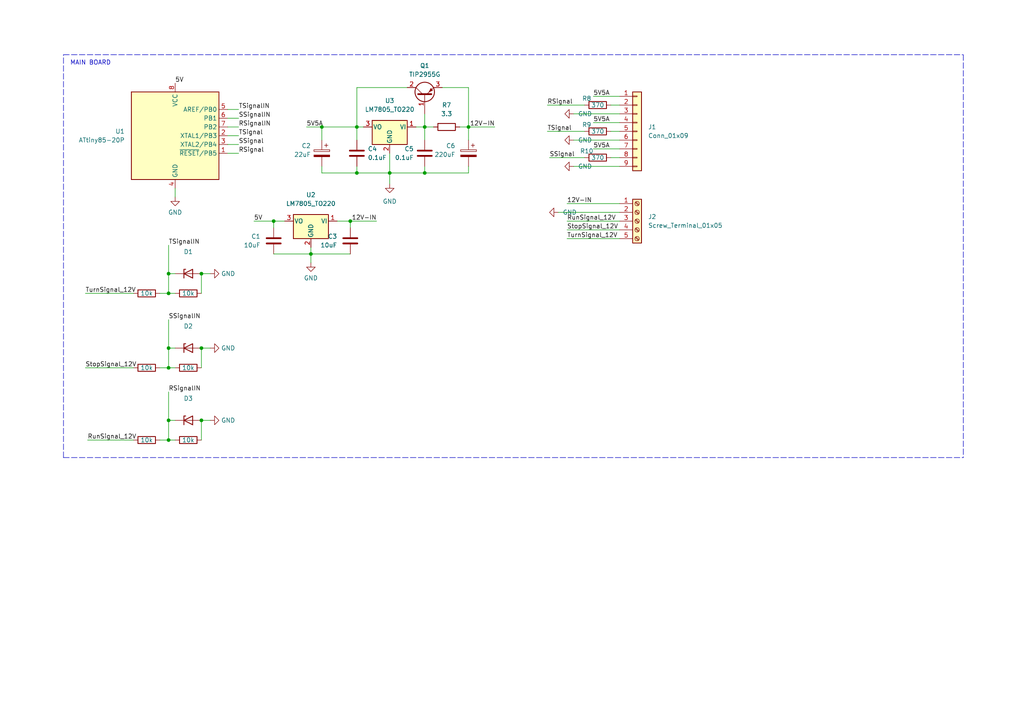
<source format=kicad_sch>
(kicad_sch (version 20211123) (generator eeschema)
  (paper "A4")
  (lib_symbols
    (symbol "Connector:Screw_Terminal_01x05" (pin_names (offset 1.016) hide)
      (property "Reference" "J" (at 0 7.62 0))
      (property "Value" "Screw_Terminal_01x05" (at 0 -7.62 0))
      (symbol "Screw_Terminal_01x05_1_1"
        (rectangle (start -1.27 6.35) (end 1.27 -6.35) (stroke (width 0.254)) (fill (type background)))
        (circle (center 0 -5.08) (radius 0.635) (stroke (width 0.1524)))
        (circle (center 0 -2.54) (radius 0.635) (stroke (width 0.1524)))
        (polyline (pts (xy -0.5334 -4.7498) (xy 0.3302 -5.588)) (stroke (width 0.1524)))
        (polyline (pts (xy -0.5334 -2.2098) (xy 0.3302 -3.048)) (stroke (width 0.1524)))
        (polyline (pts (xy -0.5334 0.3302) (xy 0.3302 -0.508)) (stroke (width 0.1524)))
        (polyline (pts (xy -0.5334 2.8702) (xy 0.3302 2.032)) (stroke (width 0.1524)))
        (polyline (pts (xy -0.5334 5.4102) (xy 0.3302 4.572)) (stroke (width 0.1524)))
        (polyline (pts (xy -0.3556 -4.572) (xy 0.508 -5.4102)) (stroke (width 0.1524)))
        (polyline (pts (xy -0.3556 -2.032) (xy 0.508 -2.8702)) (stroke (width 0.1524)))
        (polyline (pts (xy -0.3556 0.508) (xy 0.508 -0.3302)) (stroke (width 0.1524)))
        (polyline (pts (xy -0.3556 3.048) (xy 0.508 2.2098)) (stroke (width 0.1524)))
        (polyline (pts (xy -0.3556 5.588) (xy 0.508 4.7498)) (stroke (width 0.1524)))
        (circle (center 0 0) (radius 0.635) (stroke (width 0.1524)))
        (circle (center 0 2.54) (radius 0.635) (stroke (width 0.1524)))
        (circle (center 0 5.08) (radius 0.635) (stroke (width 0.1524)))
        (pin passive line (at -5.08 5.08 0) (length 3.81) (name "Pin_1") (number "1"))
        (pin passive line (at -5.08 2.54 0) (length 3.81) (name "Pin_2") (number "2"))
        (pin passive line (at -5.08 0 0) (length 3.81) (name "Pin_3") (number "3"))
        (pin passive line (at -5.08 -2.54 0) (length 3.81) (name "Pin_4") (number "4"))
        (pin passive line (at -5.08 -5.08 0) (length 3.81) (name "Pin_5") (number "5"))
      )
    )
    (symbol "Connector_Generic:Conn_01x09" (pin_names (offset 1.016) hide)
      (property "Reference" "J" (at 0 12.7 0))
      (property "Value" "Conn_01x09" (at 0 -12.7 0))
      (symbol "Conn_01x09_1_1"
        (rectangle (start -1.27 -10.033) (end 0 -10.287) (stroke (width 0.1524)))
        (rectangle (start -1.27 -7.493) (end 0 -7.747) (stroke (width 0.1524)))
        (rectangle (start -1.27 -4.953) (end 0 -5.207) (stroke (width 0.1524)))
        (rectangle (start -1.27 -2.413) (end 0 -2.667) (stroke (width 0.1524)))
        (rectangle (start -1.27 0.127) (end 0 -0.127) (stroke (width 0.1524)))
        (rectangle (start -1.27 2.667) (end 0 2.413) (stroke (width 0.1524)))
        (rectangle (start -1.27 5.207) (end 0 4.953) (stroke (width 0.1524)))
        (rectangle (start -1.27 7.747) (end 0 7.493) (stroke (width 0.1524)))
        (rectangle (start -1.27 10.287) (end 0 10.033) (stroke (width 0.1524)))
        (rectangle (start -1.27 11.43) (end 1.27 -11.43) (stroke (width 0.254)) (fill (type background)))
        (pin passive line (at -5.08 10.16 0) (length 3.81) (name "Pin_1") (number "1"))
        (pin passive line (at -5.08 7.62 0) (length 3.81) (name "Pin_2") (number "2"))
        (pin passive line (at -5.08 5.08 0) (length 3.81) (name "Pin_3") (number "3"))
        (pin passive line (at -5.08 2.54 0) (length 3.81) (name "Pin_4") (number "4"))
        (pin passive line (at -5.08 0 0) (length 3.81) (name "Pin_5") (number "5"))
        (pin passive line (at -5.08 -2.54 0) (length 3.81) (name "Pin_6") (number "6"))
        (pin passive line (at -5.08 -5.08 0) (length 3.81) (name "Pin_7") (number "7"))
        (pin passive line (at -5.08 -7.62 0) (length 3.81) (name "Pin_8") (number "8"))
        (pin passive line (at -5.08 -10.16 0) (length 3.81) (name "Pin_9") (number "9"))
      )
    )
    (symbol "Device:C" (pin_numbers hide) (pin_names (offset 0.254))
      (property "Reference" "C" (at 0.635 2.54 0))
      (property "Value" "C" (at 0.635 -2.54 0))
      (symbol "C_0_1"
        (polyline (pts (xy -2.032 -0.762) (xy 2.032 -0.762)) (stroke (width 0.508)))
        (polyline (pts (xy -2.032 0.762) (xy 2.032 0.762)) (stroke (width 0.508)))
      )
      (symbol "C_1_1"
        (pin passive line (at 0 3.81 270) (length 2.794) (name "~") (number "1"))
        (pin passive line (at 0 -3.81 90) (length 2.794) (name "~") (number "2"))
      )
    )
    (symbol "Device:C_Polarized" (pin_numbers hide) (pin_names (offset 0.254))
      (property "Reference" "C" (at 0.635 2.54 0))
      (property "Value" "C_Polarized" (at 0.635 -2.54 0))
      (symbol "C_Polarized_0_1"
        (rectangle (start -2.286 0.508) (end 2.286 1.016))
        (polyline (pts (xy -1.778 2.286) (xy -0.762 2.286)))
        (polyline (pts (xy -1.27 2.794) (xy -1.27 1.778)))
        (rectangle (start 2.286 -0.508) (end -2.286 -1.016) (fill (type outline)))
      )
      (symbol "C_Polarized_1_1"
        (pin passive line (at 0 3.81 270) (length 2.794) (name "~") (number "1"))
        (pin passive line (at 0 -3.81 90) (length 2.794) (name "~") (number "2"))
      )
    )
    (symbol "Device:R" (pin_numbers hide) (pin_names (offset 0))
      (property "Reference" "R" (at 2.032 0 90))
      (property "Value" "R" (at 0 0 90))
      (symbol "R_0_1"
        (rectangle (start -1.016 -2.54) (end 1.016 2.54) (stroke (width 0.254)))
      )
      (symbol "R_1_1"
        (pin passive line (at 0 3.81 270) (length 1.27) (name "~") (number "1"))
        (pin passive line (at 0 -3.81 90) (length 1.27) (name "~") (number "2"))
      )
    )
    (symbol "Diode:1N47xxA" (pin_numbers hide) (pin_names hide)
      (property "Reference" "D" (at 0 2.54 0))
      (property "Value" "1N47xxA" (at 0 -2.54 0))
      (symbol "1N47xxA_0_1"
        (polyline (pts (xy 1.27 0) (xy -1.27 0)))
        (polyline (pts (xy -1.27 -1.27) (xy -1.27 1.27) (xy -0.762 1.27)) (stroke (width 0.254)))
        (polyline (pts (xy 1.27 -1.27) (xy 1.27 1.27) (xy -1.27 0) (xy 1.27 -1.27)) (stroke (width 0.254)))
      )
      (symbol "1N47xxA_1_1"
        (pin passive line (at -3.81 0 0) (length 2.54) (name "K") (number "1"))
        (pin passive line (at 3.81 0 180) (length 2.54) (name "A") (number "2"))
      )
    )
    (symbol "MCU_Microchip_ATtiny:ATtiny85-20P"
      (property "Reference" "U" (at -12.7 13.97 0))
      (property "Value" "ATtiny85-20P" (at 2.54 -13.97 0))
      (symbol "ATtiny85-20P_0_1"
        (rectangle (start -12.7 -12.7) (end 12.7 12.7) (stroke (width 0.254)) (fill (type background)))
      )
      (symbol "ATtiny85-20P_1_1"
        (pin bidirectional line (at 15.24 -5.08 180) (length 2.54) (name "~{RESET}/PB5") (number "1"))
        (pin bidirectional line (at 15.24 0 180) (length 2.54) (name "XTAL1/PB3") (number "2"))
        (pin bidirectional line (at 15.24 -2.54 180) (length 2.54) (name "XTAL2/PB4") (number "3"))
        (pin power_in line (at 0 -15.24 90) (length 2.54) (name "GND") (number "4"))
        (pin bidirectional line (at 15.24 7.62 180) (length 2.54) (name "AREF/PB0") (number "5"))
        (pin bidirectional line (at 15.24 5.08 180) (length 2.54) (name "PB1") (number "6"))
        (pin bidirectional line (at 15.24 2.54 180) (length 2.54) (name "PB2") (number "7"))
        (pin power_in line (at 0 15.24 270) (length 2.54) (name "VCC") (number "8"))
      )
    )
    (symbol "Regulator_Linear:LM7805_TO220" (pin_names (offset 0.254))
      (property "Reference" "U" (at -3.81 3.175 0))
      (property "Value" "LM7805_TO220" (at 0 3.175 0))
      (symbol "LM7805_TO220_0_1"
        (rectangle (start -5.08 1.905) (end 5.08 -5.08) (stroke (width 0.254)) (fill (type background)))
      )
      (symbol "LM7805_TO220_1_1"
        (pin power_in line (at -7.62 0 0) (length 2.54) (name "VI") (number "1"))
        (pin power_in line (at 0 -7.62 90) (length 2.54) (name "GND") (number "2"))
        (pin power_out line (at 7.62 0 180) (length 2.54) (name "VO") (number "3"))
      )
    )
    (symbol "Transistor_BJT:TIP2955G" (pin_names (offset 0) hide)
      (property "Reference" "Q" (at 5.08 1.905 0))
      (property "Value" "TIP2955G" (at 5.08 0 0))
      (symbol "TIP2955G_0_1"
        (polyline (pts (xy 0.635 0.635) (xy 2.54 2.54)))
        (polyline (pts (xy 0.635 -0.635) (xy 2.54 -2.54) (xy 2.54 -2.54)))
        (polyline (pts (xy 0.635 1.905) (xy 0.635 -1.905) (xy 0.635 -1.905)) (stroke (width 0.508)))
        (polyline (pts (xy 2.286 -1.778) (xy 1.778 -2.286) (xy 1.27 -1.27) (xy 2.286 -1.778) (xy 2.286 -1.778)) (fill (type outline)))
        (circle (center 1.27 0) (radius 2.8194) (stroke (width 0.254)))
      )
      (symbol "TIP2955G_1_1"
        (pin input line (at -5.08 0 0) (length 5.715) (name "B") (number "1"))
        (pin passive line (at 2.54 5.08 270) (length 2.54) (name "C") (number "2"))
        (pin passive line (at 2.54 -5.08 90) (length 2.54) (name "E") (number "3"))
      )
    )
    (symbol "power:GND" (power) (pin_names (offset 0))
      (property "Value" "GND" (at 0 -3.81 0))
      (symbol "GND_0_1"
        (polyline (pts (xy 0 0) (xy 0 -1.27) (xy 1.27 -1.27) (xy 0 -2.54) (xy -1.27 -1.27) (xy 0 -1.27)))
      )
      (symbol "GND_1_1"
        (pin power_in line (at 0 0 270) (length 0) hide (name "GND") (number "1"))
      )
    )
  )
  (junction (at 113.03 50.165))
  (junction (at 48.895 85.09))
  (junction (at 58.42 79.375))
  (junction (at 48.895 106.68))
  (junction (at 123.19 36.83))
  (junction (at 58.42 121.92))
  (junction (at 48.895 79.375))
  (junction (at 58.42 100.965))
  (junction (at 103.505 36.83))
  (junction (at 135.89 36.83))
  (junction (at 48.895 127.635))
  (junction (at 93.345 36.83))
  (junction (at 90.17 73.66))
  (junction (at 123.19 50.165))
  (junction (at 79.375 64.135))
  (junction (at 48.895 121.92))
  (junction (at 101.6 64.135))
  (junction (at 48.895 100.965))
  (junction (at 103.505 50.165))
  (polyline (pts (xy 18.415 132.715) (xy 279.4 132.715)))
  (wire (pts (xy 158.75 30.48) (xy 169.545 30.48)))
  (wire (pts (xy 135.89 36.83) (xy 135.89 40.64)))
  (wire (pts (xy 123.19 36.83) (xy 123.19 40.64)))
  (wire (pts (xy 58.42 127.635) (xy 58.42 121.92)))
  (wire (pts (xy 177.165 45.72) (xy 179.705 45.72)))
  (wire (pts (xy 103.505 25.4) (xy 103.505 36.83)))
  (wire (pts (xy 66.04 34.29) (xy 69.215 34.29)))
  (wire (pts (xy 113.03 50.165) (xy 113.03 44.45)))
  (wire (pts (xy 133.35 36.83) (xy 135.89 36.83)))
  (wire (pts (xy 123.19 33.02) (xy 123.19 36.83)))
  (wire (pts (xy 143.51 36.83) (xy 135.89 36.83)))
  (wire (pts (xy 172.085 35.56) (xy 179.705 35.56)))
  (wire (pts (xy 66.04 31.75) (xy 69.215 31.75)))
  (wire (pts (xy 135.89 25.4) (xy 135.89 36.83)))
  (wire (pts (xy 172.085 27.94) (xy 179.705 27.94)))
  (wire (pts (xy 46.355 127.635) (xy 48.895 127.635)))
  (wire (pts (xy 135.89 50.165) (xy 123.19 50.165)))
  (wire (pts (xy 25.4 127.635) (xy 38.735 127.635)))
  (wire (pts (xy 177.165 30.48) (xy 179.705 30.48)))
  (wire (pts (xy 50.8 100.965) (xy 48.895 100.965)))
  (wire (pts (xy 101.6 66.04) (xy 101.6 64.135)))
  (wire (pts (xy 93.345 50.165) (xy 103.505 50.165)))
  (wire (pts (xy 66.04 41.91) (xy 69.215 41.91)))
  (wire (pts (xy 161.925 61.595) (xy 179.705 61.595)))
  (wire (pts (xy 90.17 73.66) (xy 90.17 76.2)))
  (wire (pts (xy 164.465 59.055) (xy 179.705 59.055)))
  (wire (pts (xy 166.37 48.26) (xy 179.705 48.26)))
  (wire (pts (xy 46.355 85.09) (xy 48.895 85.09)))
  (wire (pts (xy 66.04 39.37) (xy 69.215 39.37)))
  (wire (pts (xy 164.465 66.675) (xy 179.705 66.675)))
  (wire (pts (xy 135.89 48.26) (xy 135.89 50.165)))
  (polyline (pts (xy 18.415 15.875) (xy 279.4 15.875)))
  (wire (pts (xy 93.345 36.83) (xy 93.345 40.64)))
  (wire (pts (xy 123.19 50.165) (xy 123.19 48.26)))
  (wire (pts (xy 90.17 73.66) (xy 101.6 73.66)))
  (wire (pts (xy 166.37 33.02) (xy 179.705 33.02)))
  (wire (pts (xy 105.41 36.83) (xy 103.505 36.83)))
  (wire (pts (xy 50.8 79.375) (xy 48.895 79.375)))
  (wire (pts (xy 103.505 36.83) (xy 93.345 36.83)))
  (wire (pts (xy 48.895 92.71) (xy 48.895 100.965)))
  (wire (pts (xy 79.375 64.135) (xy 79.375 66.04)))
  (wire (pts (xy 128.27 25.4) (xy 135.89 25.4)))
  (wire (pts (xy 48.895 100.965) (xy 48.895 106.68)))
  (wire (pts (xy 101.6 64.135) (xy 97.79 64.135)))
  (wire (pts (xy 50.8 54.61) (xy 50.8 57.15)))
  (wire (pts (xy 123.19 50.165) (xy 113.03 50.165)))
  (wire (pts (xy 48.895 71.12) (xy 48.895 79.375)))
  (wire (pts (xy 73.66 64.135) (xy 79.375 64.135)))
  (wire (pts (xy 58.42 121.92) (xy 60.96 121.92)))
  (wire (pts (xy 48.895 121.92) (xy 48.895 127.635)))
  (wire (pts (xy 90.17 73.66) (xy 90.17 71.755)))
  (wire (pts (xy 58.42 79.375) (xy 60.96 79.375)))
  (wire (pts (xy 123.19 36.83) (xy 120.65 36.83)))
  (wire (pts (xy 158.75 38.1) (xy 169.545 38.1)))
  (polyline (pts (xy 18.415 132.715) (xy 18.415 15.875)))
  (wire (pts (xy 164.465 64.135) (xy 179.705 64.135)))
  (wire (pts (xy 93.345 36.83) (xy 88.9 36.83)))
  (wire (pts (xy 113.03 50.165) (xy 113.03 53.34)))
  (wire (pts (xy 48.895 106.68) (xy 50.8 106.68)))
  (wire (pts (xy 48.895 85.09) (xy 50.8 85.09)))
  (wire (pts (xy 172.085 43.18) (xy 179.705 43.18)))
  (wire (pts (xy 118.11 25.4) (xy 103.505 25.4)))
  (wire (pts (xy 58.42 85.09) (xy 58.42 79.375)))
  (wire (pts (xy 103.505 36.83) (xy 103.505 40.64)))
  (wire (pts (xy 79.375 64.135) (xy 82.55 64.135)))
  (wire (pts (xy 103.505 48.26) (xy 103.505 50.165)))
  (wire (pts (xy 159.385 45.72) (xy 169.545 45.72)))
  (wire (pts (xy 66.04 44.45) (xy 69.215 44.45)))
  (wire (pts (xy 46.355 106.68) (xy 48.895 106.68)))
  (wire (pts (xy 24.765 106.68) (xy 38.735 106.68)))
  (wire (pts (xy 125.73 36.83) (xy 123.19 36.83)))
  (polyline (pts (xy 279.4 15.875) (xy 279.4 132.715)))
  (wire (pts (xy 79.375 73.66) (xy 90.17 73.66)))
  (wire (pts (xy 166.37 40.64) (xy 179.705 40.64)))
  (wire (pts (xy 48.895 79.375) (xy 48.895 85.09)))
  (wire (pts (xy 66.04 36.83) (xy 69.215 36.83)))
  (wire (pts (xy 103.505 50.165) (xy 113.03 50.165)))
  (wire (pts (xy 48.895 127.635) (xy 50.8 127.635)))
  (wire (pts (xy 58.42 106.68) (xy 58.42 100.965)))
  (wire (pts (xy 48.895 113.665) (xy 48.895 121.92)))
  (wire (pts (xy 50.8 121.92) (xy 48.895 121.92)))
  (wire (pts (xy 93.345 48.26) (xy 93.345 50.165)))
  (wire (pts (xy 101.6 64.135) (xy 109.22 64.135)))
  (wire (pts (xy 58.42 100.965) (xy 60.96 100.965)))
  (wire (pts (xy 164.465 69.215) (xy 179.705 69.215)))
  (wire (pts (xy 177.165 38.1) (xy 179.705 38.1)))
  (wire (pts (xy 24.765 85.09) (xy 38.735 85.09)))
  (text "MAIN BOARD" (at 20.32 19.05 0) (effects (font (size 1.27 1.27)) (justify left bottom)))
  (label "RSignal" (at 69.215 44.45 0))
  (label "12V-IN" (at 143.51 36.83 180))
  (label "RSignalIN" (at 48.895 113.665 0))
  (label "SSignalIN" (at 48.895 92.71 0))
  (label "5V" (at 73.66 64.135 0))
  (label "TurnSignal_12V" (at 24.765 85.09 0))
  (label "TSignalIN" (at 69.215 31.75 0))
  (label "TSignalIN" (at 48.895 71.12 0))
  (label "TurnSignal_12V" (at 164.465 69.215 0))
  (label "5V5A" (at 172.085 27.94 0))
  (label "SSignalIN" (at 69.215 34.29 0))
  (label "SSignal" (at 69.215 41.91 0))
  (label "5V5A" (at 88.9 36.83 0))
  (label "RSignal" (at 158.75 30.48 0))
  (label "12V-IN" (at 109.22 64.135 180))
  (label "RunSignal_12V" (at 164.465 64.135 0))
  (label "12V-IN" (at 164.465 59.055 0))
  (label "5V5A" (at 172.085 43.18 0))
  (label "RunSignal_12V" (at 25.4 127.635 0))
  (label "SSignal" (at 159.385 45.72 0))
  (label "TSignal" (at 158.75 38.1 0))
  (label "5V" (at 50.8 24.13 0))
  (label "StopSignal_12V" (at 164.465 66.675 0))
  (label "RSignalIN" (at 69.215 36.83 0))
  (label "5V5A" (at 172.085 35.56 0))
  (label "TSignal" (at 69.215 39.37 0))
  (label "StopSignal_12V" (at 24.765 106.68 0))
  (symbol (lib_id "Transistor_BJT:TIP2955G") (at 123.19 27.94 90) (unit 1)
    (property "Reference" "Q1" (at 123.19 19.05 90))
    (property "Value" "TIP2955G" (at 123.19 21.59 90))
    (property "Footprint" "Package_TO_SOT_THT:TO-247-3_Horizontal_TabUp" (effects hide))
    (property "Datasheet" "http://www.onsemi.com/pub_link/Collateral/TIP3055-D.PDF" (effects hide))
  )
  (symbol (lib_id "Device:R") (at 54.61 85.09 270) (unit 1)
    (property "Reference" "R4" (effects hide))
    (property "Value" "10k" (at 54.61 85.09 90))
    (property "Footprint" "Resistor_THT:R_Axial_DIN0207_L6.3mm_D2.5mm_P2.54mm_Vertical" (effects hide))
  )
  (symbol (lib_id "power:GND") (at 113.03 53.34 0) (unit 1)
    (property "Reference" "#PWR0105" (effects hide))
    (property "Value" "GND" (at 113.03 58.42 0))
  )
  (symbol (lib_id "power:GND") (at 166.37 33.02 270) (mirror x) (unit 1)
    (property "Reference" "#PWR0107" (effects hide))
    (property "Value" "GND" (at 167.64 33.0199 90) (effects (justify left)))
  )
  (symbol (lib_id "Device:R") (at 129.54 36.83 90) (mirror x) (unit 1)
    (property "Reference" "R7" (at 129.54 30.48 90))
    (property "Value" "3.3" (at 129.54 33.02 90))
    (property "Footprint" "Resistor_THT:R_Axial_Power_L20.0mm_W6.4mm_P22.40mm" (effects hide))
  )
  (symbol (lib_id "MCU_Microchip_ATtiny:ATtiny85-20P") (at 50.8 39.37 0) (unit 1)
    (property "Reference" "U1" (at 36.195 38.0999 0) (effects (justify right)))
    (property "Value" "ATtiny85-20P" (at 36.195 40.6399 0) (effects (justify right)))
    (property "Footprint" "Package_DIP:DIP-8_W7.62mm" (effects hide))
    (property "Datasheet" "http://ww1.microchip.com/downloads/en/DeviceDoc/atmel-2586-avr-8-bit-microcontroller-attiny25-attiny45-attiny85_datasheet.pdf" (effects hide))
  )
  (symbol (lib_id "power:GND") (at 60.96 79.375 90) (unit 1)
    (property "Reference" "#PWR0101" (effects hide))
    (property "Value" "GND" (at 64.135 79.3749 90) (effects (justify right)))
  )
  (symbol (lib_id "Device:C_Polarized") (at 93.345 44.45 0) (mirror y) (unit 1)
    (property "Reference" "C2" (at 90.17 42.2909 0) (effects (justify left)))
    (property "Value" "22uF" (at 90.17 44.8309 0) (effects (justify left)))
    (property "Footprint" "Capacitor_THT:CP_Radial_D5.0mm_P2.50mm" (effects hide))
  )
  (symbol (lib_id "power:GND") (at 60.96 100.965 90) (unit 1)
    (property "Reference" "#PWR0103" (effects hide))
    (property "Value" "GND" (at 64.135 100.9649 90) (effects (justify right)))
  )
  (symbol (lib_id "Device:R") (at 173.355 38.1 90) (mirror x) (unit 1)
    (property "Reference" "R9" (at 170.18 36.195 90))
    (property "Value" "370" (at 173.355 38.1 90))
    (property "Footprint" "Resistor_THT:R_Axial_DIN0207_L6.3mm_D2.5mm_P2.54mm_Vertical" (effects hide))
  )
  (symbol (lib_id "power:GND") (at 50.8 57.15 0) (unit 1)
    (property "Reference" "#PWR0102" (effects hide))
    (property "Value" "GND" (at 50.8 61.595 0))
  )
  (symbol (lib_id "Device:C") (at 103.505 44.45 0) (unit 1)
    (property "Reference" "C4" (at 106.68 43.1799 0) (effects (justify left)))
    (property "Value" "0.1uF" (at 106.68 45.7199 0) (effects (justify left)))
    (property "Footprint" "Capacitor_THT:C_Disc_D3.0mm_W2.0mm_P2.50mm" (effects hide))
  )
  (symbol (lib_id "Diode:1N47xxA") (at 54.61 100.965 0) (unit 1)
    (property "Reference" "D2" (at 54.61 94.615 0))
    (property "Value" "1N47xxA" (effects hide))
    (property "Footprint" "Diode_THT:D_DO-41_SOD81_P3.81mm_Vertical_AnodeUp" (effects hide))
    (property "Datasheet" "https://www.vishay.com/docs/85816/1n4728a.pdf" (effects hide))
  )
  (symbol (lib_id "power:GND") (at 90.17 76.2 0) (unit 1)
    (property "Reference" "#PWR0106" (effects hide))
    (property "Value" "GND" (at 90.17 80.645 0))
  )
  (symbol (lib_id "power:GND") (at 166.37 48.26 270) (mirror x) (unit 1)
    (property "Reference" "#PWR0110" (effects hide))
    (property "Value" "GND" (at 167.64 48.2599 90) (effects (justify left)))
  )
  (symbol (lib_id "Device:R") (at 42.545 106.68 270) (unit 1)
    (property "Reference" "R2" (effects hide))
    (property "Value" "10k" (at 42.545 106.68 90))
    (property "Footprint" "Resistor_THT:R_Axial_DIN0207_L6.3mm_D2.5mm_P2.54mm_Vertical" (effects hide))
  )
  (symbol (lib_id "Device:C") (at 79.375 69.85 0) (mirror y) (unit 1)
    (property "Reference" "C1" (at 75.565 68.5799 0) (effects (justify left)))
    (property "Value" "10uF" (at 75.565 71.1199 0) (effects (justify left)))
    (property "Footprint" "Capacitor_THT:C_Disc_D3.0mm_W2.0mm_P2.50mm" (effects hide))
  )
  (symbol (lib_id "Diode:1N47xxA") (at 54.61 121.92 0) (unit 1)
    (property "Reference" "D3" (at 54.61 115.57 0))
    (property "Value" "1N47xxA" (effects hide))
    (property "Footprint" "Diode_THT:D_DO-41_SOD81_P3.81mm_Vertical_AnodeUp" (effects hide))
    (property "Datasheet" "https://www.vishay.com/docs/85816/1n4728a.pdf" (effects hide))
  )
  (symbol (lib_id "Device:R") (at 42.545 85.09 270) (unit 1)
    (property "Reference" "R1" (effects hide))
    (property "Value" "10k" (at 42.545 85.09 90))
    (property "Footprint" "Resistor_THT:R_Axial_DIN0207_L6.3mm_D2.5mm_P2.54mm_Vertical" (effects hide))
  )
  (symbol (lib_id "Regulator_Linear:LM7805_TO220") (at 90.17 64.135 0) (mirror y) (unit 1)
    (property "Reference" "U2" (at 90.17 56.515 0))
    (property "Value" "LM7805_TO220" (at 90.17 59.055 0))
    (property "Footprint" "Package_TO_SOT_THT:TO-220-3_Horizontal_TabDown" (effects hide))
    (property "Datasheet" "https://www.onsemi.cn/PowerSolutions/document/MC7800-D.PDF" (effects hide))
  )
  (symbol (lib_id "Connector:Screw_Terminal_01x05") (at 184.785 64.135 0) (unit 1)
    (property "Reference" "J2" (at 187.96 62.8649 0) (effects (justify left)))
    (property "Value" "Screw_Terminal_01x05" (at 187.96 65.4049 0) (effects (justify left)))
    (property "Footprint" "w_conn_screw:mors_5p" (effects hide))
  )
  (symbol (lib_id "power:GND") (at 161.925 61.595 270) (mirror x) (unit 1)
    (property "Reference" "#PWR0109" (effects hide))
    (property "Value" "GND" (at 163.195 61.5949 90) (effects (justify left)))
  )
  (symbol (lib_id "Device:R") (at 173.355 45.72 90) (mirror x) (unit 1)
    (property "Reference" "R10" (at 170.18 43.815 90))
    (property "Value" "370" (at 173.355 45.72 90))
    (property "Footprint" "Resistor_THT:R_Axial_DIN0207_L6.3mm_D2.5mm_P2.54mm_Vertical" (effects hide))
  )
  (symbol (lib_id "power:GND") (at 166.37 40.64 270) (mirror x) (unit 1)
    (property "Reference" "#PWR0108" (effects hide))
    (property "Value" "GND" (at 167.64 40.6399 90) (effects (justify left)))
  )
  (symbol (lib_id "Regulator_Linear:LM7805_TO220") (at 113.03 36.83 0) (mirror y) (unit 1)
    (property "Reference" "U3" (at 113.03 29.21 0))
    (property "Value" "LM7805_TO220" (at 113.03 31.75 0))
    (property "Footprint" "Package_TO_SOT_THT:TO-220-3_Horizontal_TabDown" (effects hide))
    (property "Datasheet" "https://www.onsemi.cn/PowerSolutions/document/MC7800-D.PDF" (effects hide))
  )
  (symbol (lib_id "Device:R") (at 54.61 127.635 270) (unit 1)
    (property "Reference" "R6" (effects hide))
    (property "Value" "10k" (at 54.61 127.635 90))
    (property "Footprint" "Resistor_THT:R_Axial_DIN0207_L6.3mm_D2.5mm_P2.54mm_Vertical" (effects hide))
  )
  (symbol (lib_id "Connector_Generic:Conn_01x09") (at 184.785 38.1 0) (unit 1)
    (property "Reference" "J1" (at 187.96 36.8299 0) (effects (justify left)))
    (property "Value" "Conn_01x09" (at 187.96 39.3699 0) (effects (justify left)))
    (property "Footprint" "Connector_PinHeader_2.54mm:PinHeader_1x09_P2.54mm_Vertical" (effects hide))
  )
  (symbol (lib_id "Device:R") (at 42.545 127.635 270) (unit 1)
    (property "Reference" "R3" (effects hide))
    (property "Value" "10k" (at 42.545 127.635 90))
    (property "Footprint" "Resistor_THT:R_Axial_DIN0207_L6.3mm_D2.5mm_P2.54mm_Vertical" (effects hide))
  )
  (symbol (lib_id "power:GND") (at 60.96 121.92 90) (unit 1)
    (property "Reference" "#PWR0104" (effects hide))
    (property "Value" "GND" (at 64.135 121.9199 90) (effects (justify right)))
  )
  (symbol (lib_id "Device:R") (at 173.355 30.48 90) (mirror x) (unit 1)
    (property "Reference" "R8" (at 170.18 28.575 90))
    (property "Value" "370" (at 173.355 30.48 90))
    (property "Footprint" "Resistor_THT:R_Axial_DIN0207_L6.3mm_D2.5mm_P2.54mm_Vertical" (effects hide))
  )
  (symbol (lib_id "Device:C_Polarized") (at 135.89 44.45 0) (mirror y) (unit 1)
    (property "Reference" "C6" (at 132.08 42.2909 0) (effects (justify left)))
    (property "Value" "220uF" (at 132.08 44.8309 0) (effects (justify left)))
    (property "Footprint" "Capacitor_THT:CP_Radial_D5.0mm_P2.50mm" (effects hide))
  )
  (symbol (lib_id "Diode:1N47xxA") (at 54.61 79.375 0) (unit 1)
    (property "Reference" "D1" (at 54.61 73.025 0))
    (property "Value" "1N47xxA" (effects hide))
    (property "Footprint" "Diode_THT:D_DO-41_SOD81_P3.81mm_Vertical_AnodeUp" (effects hide))
    (property "Datasheet" "https://www.vishay.com/docs/85816/1n4728a.pdf" (effects hide))
  )
  (symbol (lib_id "Device:R") (at 54.61 106.68 270) (unit 1)
    (property "Reference" "R5" (effects hide))
    (property "Value" "10k" (at 54.61 106.68 90))
    (property "Footprint" "Resistor_THT:R_Axial_DIN0207_L6.3mm_D2.5mm_P2.54mm_Vertical" (effects hide))
  )
  (symbol (lib_id "Device:C") (at 101.6 69.85 0) (mirror y) (unit 1)
    (property "Reference" "C3" (at 97.79 68.5799 0) (effects (justify left)))
    (property "Value" "10uF" (at 97.79 71.1199 0) (effects (justify left)))
    (property "Footprint" "Capacitor_THT:C_Disc_D3.0mm_W2.0mm_P2.50mm" (effects hide))
  )
  (symbol (lib_id "Device:C") (at 123.19 44.45 0) (mirror y) (unit 1)
    (property "Reference" "C5" (at 120.015 43.1799 0) (effects (justify left)))
    (property "Value" "0.1uF" (at 120.015 45.7199 0) (effects (justify left)))
    (property "Footprint" "Capacitor_THT:C_Disc_D3.0mm_W2.0mm_P2.50mm" (effects hide))
  )
)
</source>
